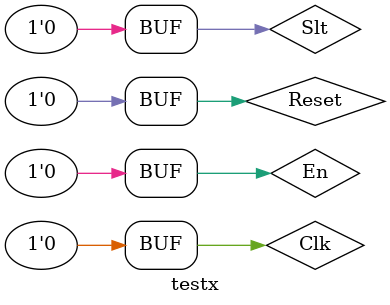
<source format=v>
`timescale 1ns / 1ps


module testx;

	// Inputs
	reg Clk;
	reg Reset;
	reg Slt;
	reg En;

	// Outputs
	wire [63:0] Output0;
	wire [63:0] Output1;

	// Instantiate the Unit Under Test (UUT)
	code uut (
		.Clk(Clk), 
		.Reset(Reset), 
		.Slt(Slt), 
		.En(En), 
		.Output0(Output0), 
		.Output1(Output1)
	);

	initial begin
		// Initialize Inputs
		Clk = 0;
		Reset = 0;
		Slt = 0;
		En = 0;

		// Wait 100 ns for global reset to finish
		#100;
        
		// Add stimulus here

	end
      
endmodule


</source>
